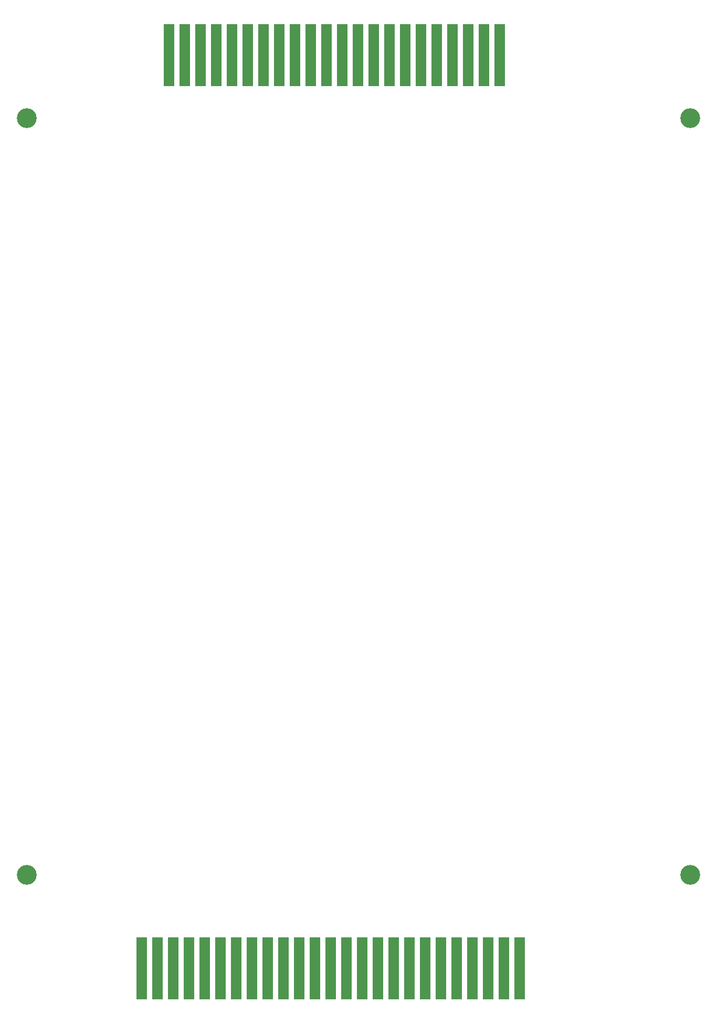
<source format=gts>
G04 #@! TF.GenerationSoftware,KiCad,Pcbnew,(5.1.9)-1*
G04 #@! TF.CreationDate,2025-11-10T06:51:50+09:00*
G04 #@! TF.ProjectId,MZ-2000_CMU,4d5a2d32-3030-4305-9f43-4d552e6b6963,rev?*
G04 #@! TF.SameCoordinates,PX20a6660PYbcc1c70*
G04 #@! TF.FileFunction,Soldermask,Top*
G04 #@! TF.FilePolarity,Negative*
%FSLAX46Y46*%
G04 Gerber Fmt 4.6, Leading zero omitted, Abs format (unit mm)*
G04 Created by KiCad (PCBNEW (5.1.9)-1) date 2025-11-10 06:51:50*
%MOMM*%
%LPD*%
G01*
G04 APERTURE LIST*
%ADD10R,1.780000X10.000000*%
%ADD11C,3.200000*%
G04 APERTURE END LIST*
D10*
X26940000Y137196000D03*
X29480000Y137196000D03*
X32020000Y137196000D03*
X34560000Y137196000D03*
X37100000Y137196000D03*
X39640000Y137196000D03*
X42180000Y137196000D03*
X44720000Y137196000D03*
X47260000Y137196000D03*
X49800000Y137196000D03*
X52340000Y137196000D03*
X54880000Y137196000D03*
X57420000Y137196000D03*
X59960000Y137196000D03*
X62500000Y137196000D03*
X65040000Y137196000D03*
X67580000Y137196000D03*
X70120000Y137196000D03*
X72660000Y137196000D03*
X75200000Y137196000D03*
X77740000Y137196000D03*
X80280000Y137196000D03*
D11*
X4000000Y127000000D03*
X111000000Y127000000D03*
X111000000Y5000000D03*
X4000000Y5000000D03*
D10*
X83447500Y-10080000D03*
X80907500Y-10080000D03*
X78367500Y-10080000D03*
X75827500Y-10080000D03*
X73287500Y-10080000D03*
X70747500Y-10080000D03*
X68207500Y-10080000D03*
X65667500Y-10080000D03*
X63127500Y-10080000D03*
X60587500Y-10080000D03*
X58047500Y-10080000D03*
X55507500Y-10080000D03*
X52967500Y-10080000D03*
X50427500Y-10080000D03*
X47887500Y-10080000D03*
X45347500Y-10080000D03*
X42807500Y-10080000D03*
X40267500Y-10080000D03*
X37727500Y-10080000D03*
X35187500Y-10080000D03*
X32647500Y-10080000D03*
X30107500Y-10080000D03*
X27567500Y-10080000D03*
X25027500Y-10080000D03*
X22487500Y-10080000D03*
M02*

</source>
